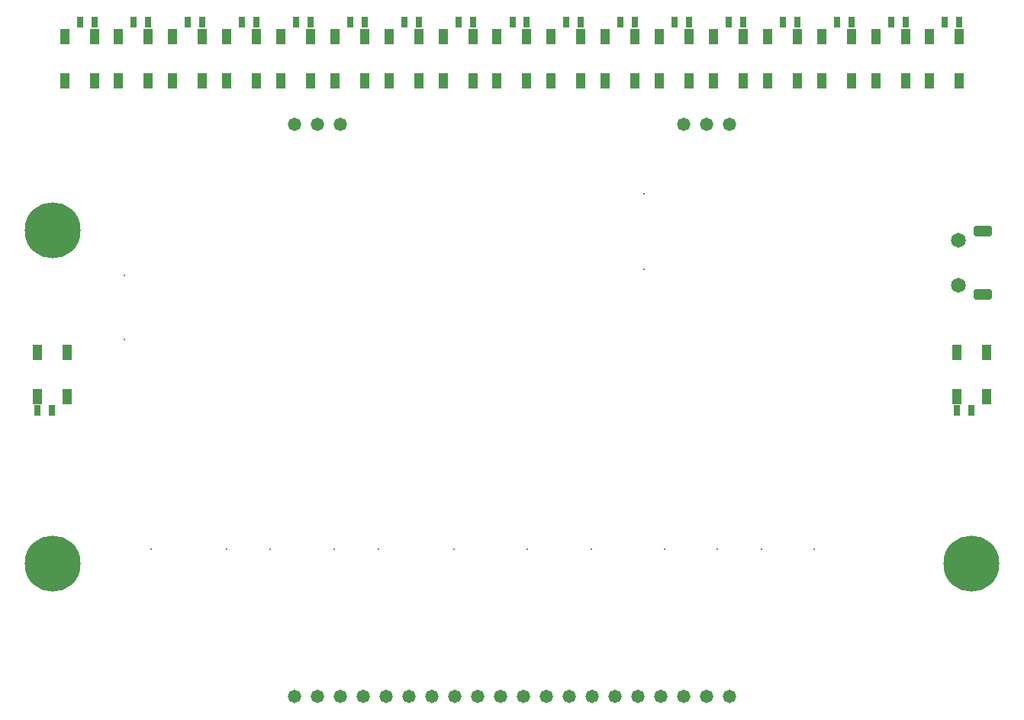
<source format=gts>
G04 Layer_Color=8388736*
%FSLAX44Y44*%
%MOMM*%
G71*
G01*
G75*
%ADD81R,1.1032X1.7032*%
%ADD82R,0.7532X1.1532*%
%ADD83C,1.4732*%
%ADD84C,6.2032*%
%ADD85C,0.2032*%
%ADD86C,1.6532*%
G04:AMPARAMS|DCode=87|XSize=1.2032mm|YSize=2.1032mm|CornerRadius=0.3516mm|HoleSize=0mm|Usage=FLASHONLY|Rotation=270.000|XOffset=0mm|YOffset=0mm|HoleType=Round|Shape=RoundedRectangle|*
%AMROUNDEDRECTD87*
21,1,1.2032,1.4000,0,0,270.0*
21,1,0.5000,2.1032,0,0,270.0*
1,1,0.7032,-0.7000,-0.2500*
1,1,0.7032,-0.7000,0.2500*
1,1,0.7032,0.7000,0.2500*
1,1,0.7032,0.7000,-0.2500*
%
%ADD87ROUNDEDRECTD87*%
D81*
X463500Y365500D02*
D03*
X496500D02*
D03*
Y414500D02*
D03*
X463500D02*
D03*
X403500Y365500D02*
D03*
X436500D02*
D03*
Y414500D02*
D03*
X403500D02*
D03*
X343500D02*
D03*
X376500D02*
D03*
Y365500D02*
D03*
X343500D02*
D03*
X283500Y414500D02*
D03*
X316500D02*
D03*
Y365500D02*
D03*
X283500D02*
D03*
X223500Y414500D02*
D03*
X256500D02*
D03*
Y365500D02*
D03*
X223500D02*
D03*
X163500Y414500D02*
D03*
X196500D02*
D03*
Y365500D02*
D03*
X163500D02*
D03*
X103500Y414500D02*
D03*
X136500D02*
D03*
Y365500D02*
D03*
X103500D02*
D03*
X43500Y414500D02*
D03*
X76500D02*
D03*
Y365500D02*
D03*
X43500D02*
D03*
X-16500Y414500D02*
D03*
X16500D02*
D03*
Y365500D02*
D03*
X-16500D02*
D03*
X-76500Y414500D02*
D03*
X-43500D02*
D03*
Y365500D02*
D03*
X-76500D02*
D03*
X-136500Y414500D02*
D03*
X-103500D02*
D03*
Y365500D02*
D03*
X-136500D02*
D03*
X-196500Y414500D02*
D03*
X-163500D02*
D03*
Y365500D02*
D03*
X-196500D02*
D03*
X-256500Y414500D02*
D03*
X-223500D02*
D03*
Y365500D02*
D03*
X-256500D02*
D03*
X-316500Y414500D02*
D03*
X-283500D02*
D03*
Y365500D02*
D03*
X-316500D02*
D03*
X-376500Y414500D02*
D03*
X-343500D02*
D03*
Y365500D02*
D03*
X-376500D02*
D03*
X-436500Y414500D02*
D03*
X-403500D02*
D03*
Y365500D02*
D03*
X-436500D02*
D03*
X-496500Y414500D02*
D03*
X-463500D02*
D03*
Y365500D02*
D03*
X-496500D02*
D03*
X-493500Y64500D02*
D03*
X-526500D02*
D03*
Y15500D02*
D03*
X-493500D02*
D03*
X526500Y64500D02*
D03*
X493500D02*
D03*
Y15500D02*
D03*
X526500D02*
D03*
D82*
X496500Y430500D02*
D03*
X480500D02*
D03*
X436500D02*
D03*
X420500D02*
D03*
X360500D02*
D03*
X376500D02*
D03*
X300500D02*
D03*
X316500D02*
D03*
X240500D02*
D03*
X256500D02*
D03*
X180500D02*
D03*
X196500D02*
D03*
X120500D02*
D03*
X136500D02*
D03*
X60500D02*
D03*
X76500D02*
D03*
X500D02*
D03*
X16500D02*
D03*
X-59500D02*
D03*
X-43500D02*
D03*
X-119500D02*
D03*
X-103500D02*
D03*
X-179500D02*
D03*
X-163500D02*
D03*
X-239500D02*
D03*
X-223500D02*
D03*
X-299500D02*
D03*
X-283500D02*
D03*
X-359500D02*
D03*
X-343500D02*
D03*
X-419500D02*
D03*
X-403500D02*
D03*
X-479500D02*
D03*
X-463500D02*
D03*
X493500Y-500D02*
D03*
X509500D02*
D03*
X-526500D02*
D03*
X-510500D02*
D03*
D83*
X241300Y317500D02*
D03*
X215900D02*
D03*
X190500D02*
D03*
X-190500D02*
D03*
X-215900D02*
D03*
X-241300D02*
D03*
Y-317500D02*
D03*
X-215900D02*
D03*
X-190500D02*
D03*
X-165100D02*
D03*
X-139700D02*
D03*
X-114300D02*
D03*
X-88900D02*
D03*
X-63500D02*
D03*
X-38100D02*
D03*
X-12700D02*
D03*
X12700D02*
D03*
X38100D02*
D03*
X63500D02*
D03*
X88900D02*
D03*
X114300D02*
D03*
X139700D02*
D03*
X165100D02*
D03*
X190500D02*
D03*
X215900D02*
D03*
X241300D02*
D03*
D84*
X-510000Y200000D02*
D03*
Y-170000D02*
D03*
X510000D02*
D03*
D85*
X277000Y-154000D02*
D03*
X335500D02*
D03*
X169500D02*
D03*
X228000D02*
D03*
X-317000D02*
D03*
X-400500D02*
D03*
X-268000D02*
D03*
X-197000D02*
D03*
X-64500D02*
D03*
X-148000D02*
D03*
X146550Y240150D02*
D03*
Y156650D02*
D03*
X17000Y-154000D02*
D03*
X88000D02*
D03*
X-430000Y150000D02*
D03*
Y79000D02*
D03*
D86*
X495250Y188500D02*
D03*
Y138500D02*
D03*
D87*
X522250Y128500D02*
D03*
Y198500D02*
D03*
M02*

</source>
